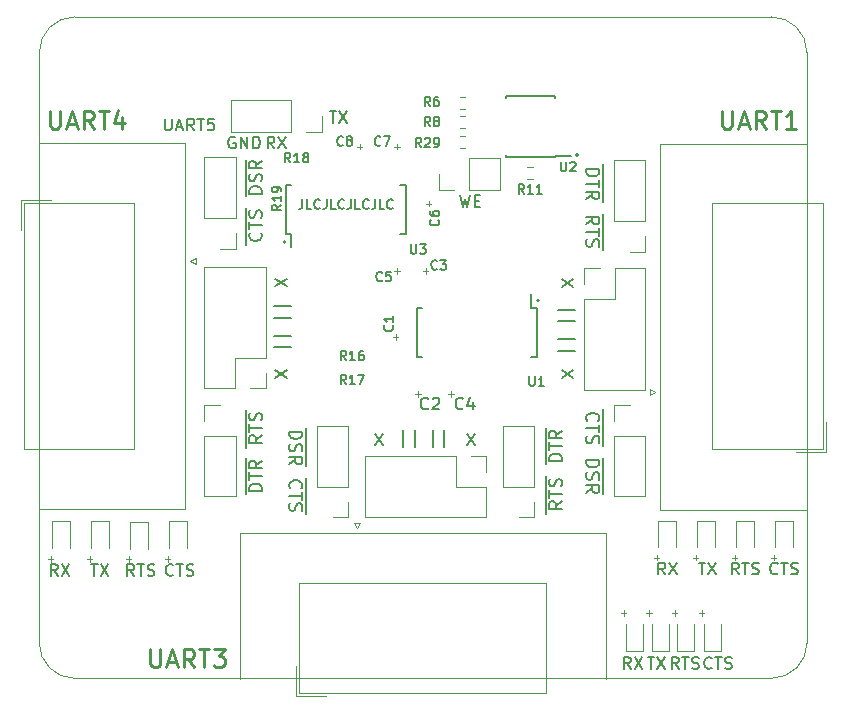
<source format=gbr>
G04 #@! TF.GenerationSoftware,KiCad,Pcbnew,5.1.5+dfsg1-2build2*
G04 #@! TF.CreationDate,2021-09-10T06:31:07+02:00*
G04 #@! TF.ProjectId,RPi_V24,5250695f-5632-4342-9e6b-696361645f70,1*
G04 #@! TF.SameCoordinates,Original*
G04 #@! TF.FileFunction,Legend,Top*
G04 #@! TF.FilePolarity,Positive*
%FSLAX46Y46*%
G04 Gerber Fmt 4.6, Leading zero omitted, Abs format (unit mm)*
G04 Created by KiCad (PCBNEW 5.1.5+dfsg1-2build2) date 2021-09-10 06:31:07*
%MOMM*%
%LPD*%
G04 APERTURE LIST*
%ADD10C,0.150000*%
%ADD11C,0.090000*%
%ADD12C,0.250000*%
%ADD13C,0.100000*%
%ADD14C,0.120000*%
G04 APERTURE END LIST*
D10*
X100825761Y-76269904D02*
X100825761Y-76841333D01*
X100787666Y-76955619D01*
X100711476Y-77031809D01*
X100597190Y-77069904D01*
X100521000Y-77069904D01*
X101587666Y-77069904D02*
X101206714Y-77069904D01*
X101206714Y-76269904D01*
X102311476Y-76993714D02*
X102273380Y-77031809D01*
X102159095Y-77069904D01*
X102082904Y-77069904D01*
X101968619Y-77031809D01*
X101892428Y-76955619D01*
X101854333Y-76879428D01*
X101816238Y-76727047D01*
X101816238Y-76612761D01*
X101854333Y-76460380D01*
X101892428Y-76384190D01*
X101968619Y-76308000D01*
X102082904Y-76269904D01*
X102159095Y-76269904D01*
X102273380Y-76308000D01*
X102311476Y-76346095D01*
X102882904Y-76269904D02*
X102882904Y-76841333D01*
X102844809Y-76955619D01*
X102768619Y-77031809D01*
X102654333Y-77069904D01*
X102578142Y-77069904D01*
X103644809Y-77069904D02*
X103263857Y-77069904D01*
X103263857Y-76269904D01*
X104368619Y-76993714D02*
X104330523Y-77031809D01*
X104216238Y-77069904D01*
X104140047Y-77069904D01*
X104025761Y-77031809D01*
X103949571Y-76955619D01*
X103911476Y-76879428D01*
X103873380Y-76727047D01*
X103873380Y-76612761D01*
X103911476Y-76460380D01*
X103949571Y-76384190D01*
X104025761Y-76308000D01*
X104140047Y-76269904D01*
X104216238Y-76269904D01*
X104330523Y-76308000D01*
X104368619Y-76346095D01*
X104940047Y-76269904D02*
X104940047Y-76841333D01*
X104901952Y-76955619D01*
X104825761Y-77031809D01*
X104711476Y-77069904D01*
X104635285Y-77069904D01*
X105701952Y-77069904D02*
X105321000Y-77069904D01*
X105321000Y-76269904D01*
X106425761Y-76993714D02*
X106387666Y-77031809D01*
X106273380Y-77069904D01*
X106197190Y-77069904D01*
X106082904Y-77031809D01*
X106006714Y-76955619D01*
X105968619Y-76879428D01*
X105930523Y-76727047D01*
X105930523Y-76612761D01*
X105968619Y-76460380D01*
X106006714Y-76384190D01*
X106082904Y-76308000D01*
X106197190Y-76269904D01*
X106273380Y-76269904D01*
X106387666Y-76308000D01*
X106425761Y-76346095D01*
X106997190Y-76269904D02*
X106997190Y-76841333D01*
X106959095Y-76955619D01*
X106882904Y-77031809D01*
X106768619Y-77069904D01*
X106692428Y-77069904D01*
X107759095Y-77069904D02*
X107378142Y-77069904D01*
X107378142Y-76269904D01*
X108482904Y-76993714D02*
X108444809Y-77031809D01*
X108330523Y-77069904D01*
X108254333Y-77069904D01*
X108140047Y-77031809D01*
X108063857Y-76955619D01*
X108025761Y-76879428D01*
X107987666Y-76727047D01*
X107987666Y-76612761D01*
X108025761Y-76460380D01*
X108063857Y-76384190D01*
X108140047Y-76308000D01*
X108254333Y-76269904D01*
X108330523Y-76269904D01*
X108444809Y-76308000D01*
X108482904Y-76346095D01*
D11*
X89179428Y-106722857D02*
X89636571Y-106722857D01*
X89408000Y-106951428D02*
X89408000Y-106494285D01*
X85877428Y-106722857D02*
X86334571Y-106722857D01*
X86106000Y-106951428D02*
X86106000Y-106494285D01*
X82575428Y-106722857D02*
X83032571Y-106722857D01*
X82804000Y-106951428D02*
X82804000Y-106494285D01*
X79273428Y-106722857D02*
X79730571Y-106722857D01*
X79502000Y-106951428D02*
X79502000Y-106494285D01*
X134391428Y-111294857D02*
X134848571Y-111294857D01*
X134620000Y-111523428D02*
X134620000Y-111066285D01*
X132105428Y-111294857D02*
X132562571Y-111294857D01*
X132334000Y-111523428D02*
X132334000Y-111066285D01*
X129946428Y-111294857D02*
X130403571Y-111294857D01*
X130175000Y-111523428D02*
X130175000Y-111066285D01*
X127787428Y-111294857D02*
X128244571Y-111294857D01*
X128016000Y-111523428D02*
X128016000Y-111066285D01*
X140487428Y-106595857D02*
X140944571Y-106595857D01*
X140716000Y-106824428D02*
X140716000Y-106367285D01*
X137185428Y-106595857D02*
X137642571Y-106595857D01*
X137414000Y-106824428D02*
X137414000Y-106367285D01*
X133883428Y-106595857D02*
X134340571Y-106595857D01*
X134112000Y-106824428D02*
X134112000Y-106367285D01*
X130581428Y-106595857D02*
X131038571Y-106595857D01*
X130810000Y-106824428D02*
X130810000Y-106367285D01*
X111277428Y-76623857D02*
X111734571Y-76623857D01*
X111506000Y-76852428D02*
X111506000Y-76395285D01*
X105435428Y-71797857D02*
X105892571Y-71797857D01*
X105664000Y-72026428D02*
X105664000Y-71569285D01*
X108610428Y-71797857D02*
X109067571Y-71797857D01*
X108839000Y-72026428D02*
X108839000Y-71569285D01*
X108610428Y-82338857D02*
X109067571Y-82338857D01*
X108839000Y-82567428D02*
X108839000Y-82110285D01*
X113182428Y-92752857D02*
X113639571Y-92752857D01*
X113411000Y-92981428D02*
X113411000Y-92524285D01*
X110388428Y-92752857D02*
X110845571Y-92752857D01*
X110617000Y-92981428D02*
X110617000Y-92524285D01*
X108483428Y-87926857D02*
X108940571Y-87926857D01*
X108712000Y-88155428D02*
X108712000Y-87698285D01*
X111023428Y-82338857D02*
X111480571Y-82338857D01*
X111252000Y-82567428D02*
X111252000Y-82110285D01*
D10*
X124179000Y-72517000D02*
G75*
G03X124179000Y-72517000I-100000J0D01*
G01*
X122798619Y-101821380D02*
X122274809Y-102188047D01*
X122798619Y-102449952D02*
X121698619Y-102449952D01*
X121698619Y-102030904D01*
X121751000Y-101926142D01*
X121803380Y-101873761D01*
X121908142Y-101821380D01*
X122065285Y-101821380D01*
X122170047Y-101873761D01*
X122222428Y-101926142D01*
X122274809Y-102030904D01*
X122274809Y-102449952D01*
X121698619Y-101507095D02*
X121698619Y-100878523D01*
X122798619Y-101192809D02*
X121698619Y-101192809D01*
X122746238Y-100564238D02*
X122798619Y-100407095D01*
X122798619Y-100145190D01*
X122746238Y-100040428D01*
X122693857Y-99988047D01*
X122589095Y-99935666D01*
X122484333Y-99935666D01*
X122379571Y-99988047D01*
X122327190Y-100040428D01*
X122274809Y-100145190D01*
X122222428Y-100354714D01*
X122170047Y-100459476D01*
X122117666Y-100511857D01*
X122012904Y-100564238D01*
X121908142Y-100564238D01*
X121803380Y-100511857D01*
X121751000Y-100459476D01*
X121698619Y-100354714D01*
X121698619Y-100092809D01*
X121751000Y-99935666D01*
X121412000Y-98679000D02*
X121412000Y-95631000D01*
X121412000Y-102870000D02*
X121412000Y-99695000D01*
X122798619Y-98412142D02*
X121698619Y-98412142D01*
X121698619Y-98150238D01*
X121751000Y-97993095D01*
X121855761Y-97888333D01*
X121960523Y-97835952D01*
X122170047Y-97783571D01*
X122327190Y-97783571D01*
X122536714Y-97835952D01*
X122641476Y-97888333D01*
X122746238Y-97993095D01*
X122798619Y-98150238D01*
X122798619Y-98412142D01*
X121698619Y-97469285D02*
X121698619Y-96840714D01*
X122798619Y-97155000D02*
X121698619Y-97155000D01*
X122798619Y-95845476D02*
X122274809Y-96212142D01*
X122798619Y-96474047D02*
X121698619Y-96474047D01*
X121698619Y-96055000D01*
X121751000Y-95950238D01*
X121803380Y-95897857D01*
X121908142Y-95845476D01*
X122065285Y-95845476D01*
X122170047Y-95897857D01*
X122222428Y-95950238D01*
X122274809Y-96055000D01*
X122274809Y-96474047D01*
X124851380Y-73672857D02*
X125951380Y-73672857D01*
X125951380Y-73934761D01*
X125899000Y-74091904D01*
X125794238Y-74196666D01*
X125689476Y-74249047D01*
X125479952Y-74301428D01*
X125322809Y-74301428D01*
X125113285Y-74249047D01*
X125008523Y-74196666D01*
X124903761Y-74091904D01*
X124851380Y-73934761D01*
X124851380Y-73672857D01*
X125951380Y-74615714D02*
X125951380Y-75244285D01*
X124851380Y-74930000D02*
X125951380Y-74930000D01*
X124851380Y-76239523D02*
X125375190Y-75872857D01*
X124851380Y-75610952D02*
X125951380Y-75610952D01*
X125951380Y-76030000D01*
X125899000Y-76134761D01*
X125846619Y-76187142D01*
X125741857Y-76239523D01*
X125584714Y-76239523D01*
X125479952Y-76187142D01*
X125427571Y-76134761D01*
X125375190Y-76030000D01*
X125375190Y-75610952D01*
X126238000Y-77470000D02*
X126238000Y-80518000D01*
X126238000Y-73279000D02*
X126238000Y-76454000D01*
X124851380Y-78391619D02*
X125375190Y-78024952D01*
X124851380Y-77763047D02*
X125951380Y-77763047D01*
X125951380Y-78182095D01*
X125899000Y-78286857D01*
X125846619Y-78339238D01*
X125741857Y-78391619D01*
X125584714Y-78391619D01*
X125479952Y-78339238D01*
X125427571Y-78286857D01*
X125375190Y-78182095D01*
X125375190Y-77763047D01*
X125951380Y-78705904D02*
X125951380Y-79334476D01*
X124851380Y-79020190D02*
X125951380Y-79020190D01*
X124903761Y-79648761D02*
X124851380Y-79805904D01*
X124851380Y-80067809D01*
X124903761Y-80172571D01*
X124956142Y-80224952D01*
X125060904Y-80277333D01*
X125165666Y-80277333D01*
X125270428Y-80224952D01*
X125322809Y-80172571D01*
X125375190Y-80067809D01*
X125427571Y-79858285D01*
X125479952Y-79753523D01*
X125532333Y-79701142D01*
X125637095Y-79648761D01*
X125741857Y-79648761D01*
X125846619Y-79701142D01*
X125899000Y-79753523D01*
X125951380Y-79858285D01*
X125951380Y-80120190D01*
X125899000Y-80277333D01*
X97398619Y-96233380D02*
X96874809Y-96600047D01*
X97398619Y-96861952D02*
X96298619Y-96861952D01*
X96298619Y-96442904D01*
X96351000Y-96338142D01*
X96403380Y-96285761D01*
X96508142Y-96233380D01*
X96665285Y-96233380D01*
X96770047Y-96285761D01*
X96822428Y-96338142D01*
X96874809Y-96442904D01*
X96874809Y-96861952D01*
X96298619Y-95919095D02*
X96298619Y-95290523D01*
X97398619Y-95604809D02*
X96298619Y-95604809D01*
X97346238Y-94976238D02*
X97398619Y-94819095D01*
X97398619Y-94557190D01*
X97346238Y-94452428D01*
X97293857Y-94400047D01*
X97189095Y-94347666D01*
X97084333Y-94347666D01*
X96979571Y-94400047D01*
X96927190Y-94452428D01*
X96874809Y-94557190D01*
X96822428Y-94766714D01*
X96770047Y-94871476D01*
X96717666Y-94923857D01*
X96612904Y-94976238D01*
X96508142Y-94976238D01*
X96403380Y-94923857D01*
X96351000Y-94871476D01*
X96298619Y-94766714D01*
X96298619Y-94504809D01*
X96351000Y-94347666D01*
X96012000Y-101219000D02*
X96012000Y-98171000D01*
X96012000Y-97282000D02*
X96012000Y-94107000D01*
X97398619Y-100952142D02*
X96298619Y-100952142D01*
X96298619Y-100690238D01*
X96351000Y-100533095D01*
X96455761Y-100428333D01*
X96560523Y-100375952D01*
X96770047Y-100323571D01*
X96927190Y-100323571D01*
X97136714Y-100375952D01*
X97241476Y-100428333D01*
X97346238Y-100533095D01*
X97398619Y-100690238D01*
X97398619Y-100952142D01*
X96298619Y-100009285D02*
X96298619Y-99380714D01*
X97398619Y-99695000D02*
X96298619Y-99695000D01*
X97398619Y-98385476D02*
X96874809Y-98752142D01*
X97398619Y-99014047D02*
X96298619Y-99014047D01*
X96298619Y-98595000D01*
X96351000Y-98490238D01*
X96403380Y-98437857D01*
X96508142Y-98385476D01*
X96665285Y-98385476D01*
X96770047Y-98437857D01*
X96822428Y-98490238D01*
X96874809Y-98595000D01*
X96874809Y-99014047D01*
X97293857Y-79088380D02*
X97346238Y-79140761D01*
X97398619Y-79297904D01*
X97398619Y-79402666D01*
X97346238Y-79559809D01*
X97241476Y-79664571D01*
X97136714Y-79716952D01*
X96927190Y-79769333D01*
X96770047Y-79769333D01*
X96560523Y-79716952D01*
X96455761Y-79664571D01*
X96351000Y-79559809D01*
X96298619Y-79402666D01*
X96298619Y-79297904D01*
X96351000Y-79140761D01*
X96403380Y-79088380D01*
X96298619Y-78774095D02*
X96298619Y-78145523D01*
X97398619Y-78459809D02*
X96298619Y-78459809D01*
X97346238Y-77831238D02*
X97398619Y-77674095D01*
X97398619Y-77412190D01*
X97346238Y-77307428D01*
X97293857Y-77255047D01*
X97189095Y-77202666D01*
X97084333Y-77202666D01*
X96979571Y-77255047D01*
X96927190Y-77307428D01*
X96874809Y-77412190D01*
X96822428Y-77621714D01*
X96770047Y-77726476D01*
X96717666Y-77778857D01*
X96612904Y-77831238D01*
X96508142Y-77831238D01*
X96403380Y-77778857D01*
X96351000Y-77726476D01*
X96298619Y-77621714D01*
X96298619Y-77359809D01*
X96351000Y-77202666D01*
X96012000Y-75946000D02*
X96012000Y-72898000D01*
X96012000Y-80137000D02*
X96012000Y-76962000D01*
X97398619Y-75783904D02*
X96298619Y-75783904D01*
X96298619Y-75522000D01*
X96351000Y-75364857D01*
X96455761Y-75260095D01*
X96560523Y-75207714D01*
X96770047Y-75155333D01*
X96927190Y-75155333D01*
X97136714Y-75207714D01*
X97241476Y-75260095D01*
X97346238Y-75364857D01*
X97398619Y-75522000D01*
X97398619Y-75783904D01*
X97346238Y-74736285D02*
X97398619Y-74579142D01*
X97398619Y-74317238D01*
X97346238Y-74212476D01*
X97293857Y-74160095D01*
X97189095Y-74107714D01*
X97084333Y-74107714D01*
X96979571Y-74160095D01*
X96927190Y-74212476D01*
X96874809Y-74317238D01*
X96822428Y-74526761D01*
X96770047Y-74631523D01*
X96717666Y-74683904D01*
X96612904Y-74736285D01*
X96508142Y-74736285D01*
X96403380Y-74683904D01*
X96351000Y-74631523D01*
X96298619Y-74526761D01*
X96298619Y-74264857D01*
X96351000Y-74107714D01*
X97398619Y-73007714D02*
X96874809Y-73374380D01*
X97398619Y-73636285D02*
X96298619Y-73636285D01*
X96298619Y-73217238D01*
X96351000Y-73112476D01*
X96403380Y-73060095D01*
X96508142Y-73007714D01*
X96665285Y-73007714D01*
X96770047Y-73060095D01*
X96822428Y-73112476D01*
X96874809Y-73217238D01*
X96874809Y-73636285D01*
X124956142Y-95028619D02*
X124903761Y-94976238D01*
X124851380Y-94819095D01*
X124851380Y-94714333D01*
X124903761Y-94557190D01*
X125008523Y-94452428D01*
X125113285Y-94400047D01*
X125322809Y-94347666D01*
X125479952Y-94347666D01*
X125689476Y-94400047D01*
X125794238Y-94452428D01*
X125899000Y-94557190D01*
X125951380Y-94714333D01*
X125951380Y-94819095D01*
X125899000Y-94976238D01*
X125846619Y-95028619D01*
X125951380Y-95342904D02*
X125951380Y-95971476D01*
X124851380Y-95657190D02*
X125951380Y-95657190D01*
X124903761Y-96285761D02*
X124851380Y-96442904D01*
X124851380Y-96704809D01*
X124903761Y-96809571D01*
X124956142Y-96861952D01*
X125060904Y-96914333D01*
X125165666Y-96914333D01*
X125270428Y-96861952D01*
X125322809Y-96809571D01*
X125375190Y-96704809D01*
X125427571Y-96495285D01*
X125479952Y-96390523D01*
X125532333Y-96338142D01*
X125637095Y-96285761D01*
X125741857Y-96285761D01*
X125846619Y-96338142D01*
X125899000Y-96390523D01*
X125951380Y-96495285D01*
X125951380Y-96757190D01*
X125899000Y-96914333D01*
X126238000Y-98171000D02*
X126238000Y-101219000D01*
X126238000Y-93980000D02*
X126238000Y-97155000D01*
X124851380Y-98333095D02*
X125951380Y-98333095D01*
X125951380Y-98595000D01*
X125899000Y-98752142D01*
X125794238Y-98856904D01*
X125689476Y-98909285D01*
X125479952Y-98961666D01*
X125322809Y-98961666D01*
X125113285Y-98909285D01*
X125008523Y-98856904D01*
X124903761Y-98752142D01*
X124851380Y-98595000D01*
X124851380Y-98333095D01*
X124903761Y-99380714D02*
X124851380Y-99537857D01*
X124851380Y-99799761D01*
X124903761Y-99904523D01*
X124956142Y-99956904D01*
X125060904Y-100009285D01*
X125165666Y-100009285D01*
X125270428Y-99956904D01*
X125322809Y-99904523D01*
X125375190Y-99799761D01*
X125427571Y-99590238D01*
X125479952Y-99485476D01*
X125532333Y-99433095D01*
X125637095Y-99380714D01*
X125741857Y-99380714D01*
X125846619Y-99433095D01*
X125899000Y-99485476D01*
X125951380Y-99590238D01*
X125951380Y-99852142D01*
X125899000Y-100009285D01*
X124851380Y-101109285D02*
X125375190Y-100742619D01*
X124851380Y-100480714D02*
X125951380Y-100480714D01*
X125951380Y-100899761D01*
X125899000Y-101004523D01*
X125846619Y-101056904D01*
X125741857Y-101109285D01*
X125584714Y-101109285D01*
X125479952Y-101056904D01*
X125427571Y-101004523D01*
X125375190Y-100899761D01*
X125375190Y-100480714D01*
X101092000Y-99822000D02*
X101092000Y-102870000D01*
X101092000Y-95631000D02*
X101092000Y-98806000D01*
X99705380Y-95920095D02*
X100805380Y-95920095D01*
X100805380Y-96182000D01*
X100753000Y-96339142D01*
X100648238Y-96443904D01*
X100543476Y-96496285D01*
X100333952Y-96548666D01*
X100176809Y-96548666D01*
X99967285Y-96496285D01*
X99862523Y-96443904D01*
X99757761Y-96339142D01*
X99705380Y-96182000D01*
X99705380Y-95920095D01*
X99757761Y-96967714D02*
X99705380Y-97124857D01*
X99705380Y-97386761D01*
X99757761Y-97491523D01*
X99810142Y-97543904D01*
X99914904Y-97596285D01*
X100019666Y-97596285D01*
X100124428Y-97543904D01*
X100176809Y-97491523D01*
X100229190Y-97386761D01*
X100281571Y-97177238D01*
X100333952Y-97072476D01*
X100386333Y-97020095D01*
X100491095Y-96967714D01*
X100595857Y-96967714D01*
X100700619Y-97020095D01*
X100753000Y-97072476D01*
X100805380Y-97177238D01*
X100805380Y-97439142D01*
X100753000Y-97596285D01*
X99705380Y-98696285D02*
X100229190Y-98329619D01*
X99705380Y-98067714D02*
X100805380Y-98067714D01*
X100805380Y-98486761D01*
X100753000Y-98591523D01*
X100700619Y-98643904D01*
X100595857Y-98696285D01*
X100438714Y-98696285D01*
X100333952Y-98643904D01*
X100281571Y-98591523D01*
X100229190Y-98486761D01*
X100229190Y-98067714D01*
X99414000Y-79883000D02*
G75*
G03X99414000Y-79883000I-100000J0D01*
G01*
X120877000Y-84836000D02*
G75*
G03X120877000Y-84836000I-100000J0D01*
G01*
X132675380Y-116022380D02*
X132342047Y-115546190D01*
X132103952Y-116022380D02*
X132103952Y-115022380D01*
X132484904Y-115022380D01*
X132580142Y-115070000D01*
X132627761Y-115117619D01*
X132675380Y-115212857D01*
X132675380Y-115355714D01*
X132627761Y-115450952D01*
X132580142Y-115498571D01*
X132484904Y-115546190D01*
X132103952Y-115546190D01*
X132961095Y-115022380D02*
X133532523Y-115022380D01*
X133246809Y-116022380D02*
X133246809Y-115022380D01*
X133818238Y-115974761D02*
X133961095Y-116022380D01*
X134199190Y-116022380D01*
X134294428Y-115974761D01*
X134342047Y-115927142D01*
X134389666Y-115831904D01*
X134389666Y-115736666D01*
X134342047Y-115641428D01*
X134294428Y-115593809D01*
X134199190Y-115546190D01*
X134008714Y-115498571D01*
X133913476Y-115450952D01*
X133865857Y-115403333D01*
X133818238Y-115308095D01*
X133818238Y-115212857D01*
X133865857Y-115117619D01*
X133913476Y-115070000D01*
X134008714Y-115022380D01*
X134246809Y-115022380D01*
X134389666Y-115070000D01*
X128611333Y-116022380D02*
X128278000Y-115546190D01*
X128039904Y-116022380D02*
X128039904Y-115022380D01*
X128420857Y-115022380D01*
X128516095Y-115070000D01*
X128563714Y-115117619D01*
X128611333Y-115212857D01*
X128611333Y-115355714D01*
X128563714Y-115450952D01*
X128516095Y-115498571D01*
X128420857Y-115546190D01*
X128039904Y-115546190D01*
X128944666Y-115022380D02*
X129611333Y-116022380D01*
X129611333Y-115022380D02*
X128944666Y-116022380D01*
X130048095Y-115022380D02*
X130619523Y-115022380D01*
X130333809Y-116022380D02*
X130333809Y-115022380D01*
X130857619Y-115022380D02*
X131524285Y-116022380D01*
X131524285Y-115022380D02*
X130857619Y-116022380D01*
X135469380Y-115927142D02*
X135421761Y-115974761D01*
X135278904Y-116022380D01*
X135183666Y-116022380D01*
X135040809Y-115974761D01*
X134945571Y-115879523D01*
X134897952Y-115784285D01*
X134850333Y-115593809D01*
X134850333Y-115450952D01*
X134897952Y-115260476D01*
X134945571Y-115165238D01*
X135040809Y-115070000D01*
X135183666Y-115022380D01*
X135278904Y-115022380D01*
X135421761Y-115070000D01*
X135469380Y-115117619D01*
X135755095Y-115022380D02*
X136326523Y-115022380D01*
X136040809Y-116022380D02*
X136040809Y-115022380D01*
X136612238Y-115974761D02*
X136755095Y-116022380D01*
X136993190Y-116022380D01*
X137088428Y-115974761D01*
X137136047Y-115927142D01*
X137183666Y-115831904D01*
X137183666Y-115736666D01*
X137136047Y-115641428D01*
X137088428Y-115593809D01*
X136993190Y-115546190D01*
X136802714Y-115498571D01*
X136707476Y-115450952D01*
X136659857Y-115403333D01*
X136612238Y-115308095D01*
X136612238Y-115212857D01*
X136659857Y-115117619D01*
X136707476Y-115070000D01*
X136802714Y-115022380D01*
X137040809Y-115022380D01*
X137183666Y-115070000D01*
X86574380Y-108148380D02*
X86241047Y-107672190D01*
X86002952Y-108148380D02*
X86002952Y-107148380D01*
X86383904Y-107148380D01*
X86479142Y-107196000D01*
X86526761Y-107243619D01*
X86574380Y-107338857D01*
X86574380Y-107481714D01*
X86526761Y-107576952D01*
X86479142Y-107624571D01*
X86383904Y-107672190D01*
X86002952Y-107672190D01*
X86860095Y-107148380D02*
X87431523Y-107148380D01*
X87145809Y-108148380D02*
X87145809Y-107148380D01*
X87717238Y-108100761D02*
X87860095Y-108148380D01*
X88098190Y-108148380D01*
X88193428Y-108100761D01*
X88241047Y-108053142D01*
X88288666Y-107957904D01*
X88288666Y-107862666D01*
X88241047Y-107767428D01*
X88193428Y-107719809D01*
X88098190Y-107672190D01*
X87907714Y-107624571D01*
X87812476Y-107576952D01*
X87764857Y-107529333D01*
X87717238Y-107434095D01*
X87717238Y-107338857D01*
X87764857Y-107243619D01*
X87812476Y-107196000D01*
X87907714Y-107148380D01*
X88145809Y-107148380D01*
X88288666Y-107196000D01*
X80097333Y-108148380D02*
X79764000Y-107672190D01*
X79525904Y-108148380D02*
X79525904Y-107148380D01*
X79906857Y-107148380D01*
X80002095Y-107196000D01*
X80049714Y-107243619D01*
X80097333Y-107338857D01*
X80097333Y-107481714D01*
X80049714Y-107576952D01*
X80002095Y-107624571D01*
X79906857Y-107672190D01*
X79525904Y-107672190D01*
X80430666Y-107148380D02*
X81097333Y-108148380D01*
X81097333Y-107148380D02*
X80430666Y-108148380D01*
X82931095Y-107148380D02*
X83502523Y-107148380D01*
X83216809Y-108148380D02*
X83216809Y-107148380D01*
X83740619Y-107148380D02*
X84407285Y-108148380D01*
X84407285Y-107148380D02*
X83740619Y-108148380D01*
X89876380Y-108053142D02*
X89828761Y-108100761D01*
X89685904Y-108148380D01*
X89590666Y-108148380D01*
X89447809Y-108100761D01*
X89352571Y-108005523D01*
X89304952Y-107910285D01*
X89257333Y-107719809D01*
X89257333Y-107576952D01*
X89304952Y-107386476D01*
X89352571Y-107291238D01*
X89447809Y-107196000D01*
X89590666Y-107148380D01*
X89685904Y-107148380D01*
X89828761Y-107196000D01*
X89876380Y-107243619D01*
X90162095Y-107148380D02*
X90733523Y-107148380D01*
X90447809Y-108148380D02*
X90447809Y-107148380D01*
X91019238Y-108100761D02*
X91162095Y-108148380D01*
X91400190Y-108148380D01*
X91495428Y-108100761D01*
X91543047Y-108053142D01*
X91590666Y-107957904D01*
X91590666Y-107862666D01*
X91543047Y-107767428D01*
X91495428Y-107719809D01*
X91400190Y-107672190D01*
X91209714Y-107624571D01*
X91114476Y-107576952D01*
X91066857Y-107529333D01*
X91019238Y-107434095D01*
X91019238Y-107338857D01*
X91066857Y-107243619D01*
X91114476Y-107196000D01*
X91209714Y-107148380D01*
X91447809Y-107148380D01*
X91590666Y-107196000D01*
X141057380Y-107926142D02*
X141009761Y-107973761D01*
X140866904Y-108021380D01*
X140771666Y-108021380D01*
X140628809Y-107973761D01*
X140533571Y-107878523D01*
X140485952Y-107783285D01*
X140438333Y-107592809D01*
X140438333Y-107449952D01*
X140485952Y-107259476D01*
X140533571Y-107164238D01*
X140628809Y-107069000D01*
X140771666Y-107021380D01*
X140866904Y-107021380D01*
X141009761Y-107069000D01*
X141057380Y-107116619D01*
X141343095Y-107021380D02*
X141914523Y-107021380D01*
X141628809Y-108021380D02*
X141628809Y-107021380D01*
X142200238Y-107973761D02*
X142343095Y-108021380D01*
X142581190Y-108021380D01*
X142676428Y-107973761D01*
X142724047Y-107926142D01*
X142771666Y-107830904D01*
X142771666Y-107735666D01*
X142724047Y-107640428D01*
X142676428Y-107592809D01*
X142581190Y-107545190D01*
X142390714Y-107497571D01*
X142295476Y-107449952D01*
X142247857Y-107402333D01*
X142200238Y-107307095D01*
X142200238Y-107211857D01*
X142247857Y-107116619D01*
X142295476Y-107069000D01*
X142390714Y-107021380D01*
X142628809Y-107021380D01*
X142771666Y-107069000D01*
X137755380Y-108021380D02*
X137422047Y-107545190D01*
X137183952Y-108021380D02*
X137183952Y-107021380D01*
X137564904Y-107021380D01*
X137660142Y-107069000D01*
X137707761Y-107116619D01*
X137755380Y-107211857D01*
X137755380Y-107354714D01*
X137707761Y-107449952D01*
X137660142Y-107497571D01*
X137564904Y-107545190D01*
X137183952Y-107545190D01*
X138041095Y-107021380D02*
X138612523Y-107021380D01*
X138326809Y-108021380D02*
X138326809Y-107021380D01*
X138898238Y-107973761D02*
X139041095Y-108021380D01*
X139279190Y-108021380D01*
X139374428Y-107973761D01*
X139422047Y-107926142D01*
X139469666Y-107830904D01*
X139469666Y-107735666D01*
X139422047Y-107640428D01*
X139374428Y-107592809D01*
X139279190Y-107545190D01*
X139088714Y-107497571D01*
X138993476Y-107449952D01*
X138945857Y-107402333D01*
X138898238Y-107307095D01*
X138898238Y-107211857D01*
X138945857Y-107116619D01*
X138993476Y-107069000D01*
X139088714Y-107021380D01*
X139326809Y-107021380D01*
X139469666Y-107069000D01*
X131532333Y-108021380D02*
X131199000Y-107545190D01*
X130960904Y-108021380D02*
X130960904Y-107021380D01*
X131341857Y-107021380D01*
X131437095Y-107069000D01*
X131484714Y-107116619D01*
X131532333Y-107211857D01*
X131532333Y-107354714D01*
X131484714Y-107449952D01*
X131437095Y-107497571D01*
X131341857Y-107545190D01*
X130960904Y-107545190D01*
X131865666Y-107021380D02*
X132532333Y-108021380D01*
X132532333Y-107021380D02*
X131865666Y-108021380D01*
X134366095Y-107021380D02*
X134937523Y-107021380D01*
X134651809Y-108021380D02*
X134651809Y-107021380D01*
X135175619Y-107021380D02*
X135842285Y-108021380D01*
X135842285Y-107021380D02*
X135175619Y-108021380D01*
X99810142Y-100743619D02*
X99757761Y-100691238D01*
X99705380Y-100534095D01*
X99705380Y-100429333D01*
X99757761Y-100272190D01*
X99862523Y-100167428D01*
X99967285Y-100115047D01*
X100176809Y-100062666D01*
X100333952Y-100062666D01*
X100543476Y-100115047D01*
X100648238Y-100167428D01*
X100753000Y-100272190D01*
X100805380Y-100429333D01*
X100805380Y-100534095D01*
X100753000Y-100691238D01*
X100700619Y-100743619D01*
X100805380Y-101057904D02*
X100805380Y-101686476D01*
X99705380Y-101372190D02*
X100805380Y-101372190D01*
X99757761Y-102000761D02*
X99705380Y-102157904D01*
X99705380Y-102419809D01*
X99757761Y-102524571D01*
X99810142Y-102576952D01*
X99914904Y-102629333D01*
X100019666Y-102629333D01*
X100124428Y-102576952D01*
X100176809Y-102524571D01*
X100229190Y-102419809D01*
X100281571Y-102210285D01*
X100333952Y-102105523D01*
X100386333Y-102053142D01*
X100491095Y-102000761D01*
X100595857Y-102000761D01*
X100700619Y-102053142D01*
X100753000Y-102105523D01*
X100805380Y-102210285D01*
X100805380Y-102472190D01*
X100753000Y-102629333D01*
X114181047Y-75906380D02*
X114419142Y-76906380D01*
X114609619Y-76192095D01*
X114800095Y-76906380D01*
X115038190Y-75906380D01*
X115419142Y-76382571D02*
X115752476Y-76382571D01*
X115895333Y-76906380D02*
X115419142Y-76906380D01*
X115419142Y-75906380D01*
X115895333Y-75906380D01*
X103124095Y-68794380D02*
X103695523Y-68794380D01*
X103409809Y-69794380D02*
X103409809Y-68794380D01*
X103933619Y-68794380D02*
X104600285Y-69794380D01*
X104600285Y-68794380D02*
X103933619Y-69794380D01*
X98448833Y-71953380D02*
X98115500Y-71477190D01*
X97877404Y-71953380D02*
X97877404Y-70953380D01*
X98258357Y-70953380D01*
X98353595Y-71001000D01*
X98401214Y-71048619D01*
X98448833Y-71143857D01*
X98448833Y-71286714D01*
X98401214Y-71381952D01*
X98353595Y-71429571D01*
X98258357Y-71477190D01*
X97877404Y-71477190D01*
X98782166Y-70953380D02*
X99448833Y-71953380D01*
X99448833Y-70953380D02*
X98782166Y-71953380D01*
X95123095Y-71001000D02*
X95027857Y-70953380D01*
X94885000Y-70953380D01*
X94742142Y-71001000D01*
X94646904Y-71096238D01*
X94599285Y-71191476D01*
X94551666Y-71381952D01*
X94551666Y-71524809D01*
X94599285Y-71715285D01*
X94646904Y-71810523D01*
X94742142Y-71905761D01*
X94885000Y-71953380D01*
X94980238Y-71953380D01*
X95123095Y-71905761D01*
X95170714Y-71858142D01*
X95170714Y-71524809D01*
X94980238Y-71524809D01*
X95599285Y-71953380D02*
X95599285Y-70953380D01*
X96170714Y-71953380D01*
X96170714Y-70953380D01*
X96646904Y-71953380D02*
X96646904Y-70953380D01*
X96885000Y-70953380D01*
X97027857Y-71001000D01*
X97123095Y-71096238D01*
X97170714Y-71191476D01*
X97218333Y-71381952D01*
X97218333Y-71524809D01*
X97170714Y-71715285D01*
X97123095Y-71810523D01*
X97027857Y-71905761D01*
X96885000Y-71953380D01*
X96646904Y-71953380D01*
X89178071Y-69429380D02*
X89178071Y-70238904D01*
X89225690Y-70334142D01*
X89273309Y-70381761D01*
X89368547Y-70429380D01*
X89559023Y-70429380D01*
X89654261Y-70381761D01*
X89701880Y-70334142D01*
X89749500Y-70238904D01*
X89749500Y-69429380D01*
X90178071Y-70143666D02*
X90654261Y-70143666D01*
X90082833Y-70429380D02*
X90416166Y-69429380D01*
X90749500Y-70429380D01*
X91654261Y-70429380D02*
X91320928Y-69953190D01*
X91082833Y-70429380D02*
X91082833Y-69429380D01*
X91463785Y-69429380D01*
X91559023Y-69477000D01*
X91606642Y-69524619D01*
X91654261Y-69619857D01*
X91654261Y-69762714D01*
X91606642Y-69857952D01*
X91559023Y-69905571D01*
X91463785Y-69953190D01*
X91082833Y-69953190D01*
X91939976Y-69429380D02*
X92511404Y-69429380D01*
X92225690Y-70429380D02*
X92225690Y-69429380D01*
X93320928Y-69429380D02*
X92844738Y-69429380D01*
X92797119Y-69905571D01*
X92844738Y-69857952D01*
X92939976Y-69810333D01*
X93178071Y-69810333D01*
X93273309Y-69857952D01*
X93320928Y-69905571D01*
X93368547Y-70000809D01*
X93368547Y-70238904D01*
X93320928Y-70334142D01*
X93273309Y-70381761D01*
X93178071Y-70429380D01*
X92939976Y-70429380D01*
X92844738Y-70381761D01*
X92797119Y-70334142D01*
D12*
X79442857Y-68774571D02*
X79442857Y-69988857D01*
X79514285Y-70131714D01*
X79585714Y-70203142D01*
X79728571Y-70274571D01*
X80014285Y-70274571D01*
X80157142Y-70203142D01*
X80228571Y-70131714D01*
X80300000Y-69988857D01*
X80300000Y-68774571D01*
X80942857Y-69846000D02*
X81657142Y-69846000D01*
X80800000Y-70274571D02*
X81300000Y-68774571D01*
X81800000Y-70274571D01*
X83157142Y-70274571D02*
X82657142Y-69560285D01*
X82300000Y-70274571D02*
X82300000Y-68774571D01*
X82871428Y-68774571D01*
X83014285Y-68846000D01*
X83085714Y-68917428D01*
X83157142Y-69060285D01*
X83157142Y-69274571D01*
X83085714Y-69417428D01*
X83014285Y-69488857D01*
X82871428Y-69560285D01*
X82300000Y-69560285D01*
X83585714Y-68774571D02*
X84442857Y-68774571D01*
X84014285Y-70274571D02*
X84014285Y-68774571D01*
X85585714Y-69274571D02*
X85585714Y-70274571D01*
X85228571Y-68703142D02*
X84871428Y-69774571D01*
X85800000Y-69774571D01*
X136338857Y-68774571D02*
X136338857Y-69988857D01*
X136410285Y-70131714D01*
X136481714Y-70203142D01*
X136624571Y-70274571D01*
X136910285Y-70274571D01*
X137053142Y-70203142D01*
X137124571Y-70131714D01*
X137196000Y-69988857D01*
X137196000Y-68774571D01*
X137838857Y-69846000D02*
X138553142Y-69846000D01*
X137696000Y-70274571D02*
X138196000Y-68774571D01*
X138696000Y-70274571D01*
X140053142Y-70274571D02*
X139553142Y-69560285D01*
X139196000Y-70274571D02*
X139196000Y-68774571D01*
X139767428Y-68774571D01*
X139910285Y-68846000D01*
X139981714Y-68917428D01*
X140053142Y-69060285D01*
X140053142Y-69274571D01*
X139981714Y-69417428D01*
X139910285Y-69488857D01*
X139767428Y-69560285D01*
X139196000Y-69560285D01*
X140481714Y-68774571D02*
X141338857Y-68774571D01*
X140910285Y-70274571D02*
X140910285Y-68774571D01*
X142624571Y-70274571D02*
X141767428Y-70274571D01*
X142196000Y-70274571D02*
X142196000Y-68774571D01*
X142053142Y-68988857D01*
X141910285Y-69131714D01*
X141767428Y-69203142D01*
X87951857Y-114367571D02*
X87951857Y-115581857D01*
X88023285Y-115724714D01*
X88094714Y-115796142D01*
X88237571Y-115867571D01*
X88523285Y-115867571D01*
X88666142Y-115796142D01*
X88737571Y-115724714D01*
X88809000Y-115581857D01*
X88809000Y-114367571D01*
X89451857Y-115439000D02*
X90166142Y-115439000D01*
X89309000Y-115867571D02*
X89809000Y-114367571D01*
X90309000Y-115867571D01*
X91666142Y-115867571D02*
X91166142Y-115153285D01*
X90809000Y-115867571D02*
X90809000Y-114367571D01*
X91380428Y-114367571D01*
X91523285Y-114439000D01*
X91594714Y-114510428D01*
X91666142Y-114653285D01*
X91666142Y-114867571D01*
X91594714Y-115010428D01*
X91523285Y-115081857D01*
X91380428Y-115153285D01*
X90809000Y-115153285D01*
X92094714Y-114367571D02*
X92951857Y-114367571D01*
X92523285Y-115867571D02*
X92523285Y-114367571D01*
X93309000Y-114367571D02*
X94237571Y-114367571D01*
X93737571Y-114939000D01*
X93951857Y-114939000D01*
X94094714Y-115010428D01*
X94166142Y-115081857D01*
X94237571Y-115224714D01*
X94237571Y-115581857D01*
X94166142Y-115724714D01*
X94094714Y-115796142D01*
X93951857Y-115867571D01*
X93523285Y-115867571D01*
X93380428Y-115796142D01*
X93309000Y-115724714D01*
D10*
X122444285Y-85609309D02*
X123872857Y-85609309D01*
X122444285Y-86561690D02*
X123872857Y-86561690D01*
X123777619Y-83002166D02*
X122777619Y-83668833D01*
X123777619Y-83668833D02*
X122777619Y-83002166D01*
X122444285Y-88109309D02*
X123872857Y-88109309D01*
X122444285Y-89061690D02*
X123872857Y-89061690D01*
X123777619Y-90752166D02*
X122777619Y-91418833D01*
X123777619Y-91418833D02*
X122777619Y-90752166D01*
X99830214Y-88781690D02*
X98401642Y-88781690D01*
X99830214Y-87829309D02*
X98401642Y-87829309D01*
X98496880Y-91388833D02*
X99496880Y-90722166D01*
X98496880Y-90722166D02*
X99496880Y-91388833D01*
X99830214Y-86281690D02*
X98401642Y-86281690D01*
X99830214Y-85329309D02*
X98401642Y-85329309D01*
X98496880Y-83638833D02*
X99496880Y-82972166D01*
X98496880Y-82972166D02*
X99496880Y-83638833D01*
X110321690Y-95766285D02*
X110321690Y-97194857D01*
X109369309Y-95766285D02*
X109369309Y-97194857D01*
X112821690Y-95766285D02*
X112821690Y-97194857D01*
X111869309Y-95766285D02*
X111869309Y-97194857D01*
X107678833Y-97099619D02*
X107012166Y-96099619D01*
X107012166Y-97099619D02*
X107678833Y-96099619D01*
X115428833Y-97099619D02*
X114762166Y-96099619D01*
X114762166Y-97099619D02*
X115428833Y-96099619D01*
D13*
X78546356Y-63817611D02*
X78546356Y-113817611D01*
X78546356Y-63817611D02*
G75*
G02X81546356Y-60817611I3000000J0D01*
G01*
X140546356Y-60817611D02*
X81546356Y-60817611D01*
X140546356Y-60817611D02*
G75*
G02X143546356Y-63817611I0J-3000000D01*
G01*
X143546247Y-113792001D02*
X143546356Y-63817611D01*
X81546356Y-116817611D02*
G75*
G02X78546356Y-113817611I0J3000000D01*
G01*
X81546356Y-116817611D02*
X140546356Y-116817611D01*
X143546247Y-113792001D02*
G75*
G02X140546356Y-116817611I-2999891J-25610D01*
G01*
D10*
X99896000Y-79206500D02*
X99896000Y-80331500D01*
X109576000Y-79206500D02*
X109576000Y-75056500D01*
X99416000Y-79206500D02*
X99416000Y-75056500D01*
X109576000Y-79206500D02*
X109096000Y-79206500D01*
X109576000Y-75056500D02*
X109096000Y-75056500D01*
X99416000Y-75056500D02*
X99896000Y-75056500D01*
X99416000Y-79206500D02*
X99896000Y-79206500D01*
D14*
X128233500Y-112255500D02*
X128233500Y-114540500D01*
X128233500Y-114540500D02*
X129703500Y-114540500D01*
X129703500Y-114540500D02*
X129703500Y-112255500D01*
D10*
X122175000Y-72675000D02*
X122175000Y-72625000D01*
X118025000Y-72675000D02*
X118025000Y-72530000D01*
X118025000Y-67525000D02*
X118025000Y-67670000D01*
X122175000Y-67525000D02*
X122175000Y-67670000D01*
X122175000Y-72675000D02*
X118025000Y-72675000D01*
X122175000Y-67525000D02*
X118025000Y-67525000D01*
X122175000Y-72625000D02*
X123575000Y-72625000D01*
D14*
X114180000Y-70210000D02*
X114620000Y-70210000D01*
X114180000Y-69190000D02*
X114620000Y-69190000D01*
X117570000Y-75430000D02*
X117570000Y-72770000D01*
X114970000Y-75430000D02*
X117570000Y-75430000D01*
X114970000Y-72770000D02*
X117570000Y-72770000D01*
X114970000Y-75430000D02*
X114970000Y-72770000D01*
X113700000Y-75430000D02*
X112370000Y-75430000D01*
X112370000Y-75430000D02*
X112370000Y-74100000D01*
X114180000Y-70890000D02*
X114620000Y-70890000D01*
X114180000Y-71910000D02*
X114620000Y-71910000D01*
X119880000Y-74510000D02*
X120320000Y-74510000D01*
X119880000Y-73490000D02*
X120320000Y-73490000D01*
X114180000Y-67590000D02*
X114620000Y-67590000D01*
X114180000Y-68610000D02*
X114620000Y-68610000D01*
X143449000Y-102528000D02*
X131109000Y-102528000D01*
X131109000Y-102528000D02*
X131109000Y-71558000D01*
X131109000Y-71558000D02*
X143449000Y-71558000D01*
X130214662Y-92833000D02*
X130214662Y-92333000D01*
X130214662Y-92333000D02*
X130647675Y-92583000D01*
X130647675Y-92583000D02*
X130214662Y-92833000D01*
X105473500Y-104059675D02*
X105223500Y-103626662D01*
X105723500Y-103626662D02*
X105473500Y-104059675D01*
X105223500Y-103626662D02*
X105723500Y-103626662D01*
X126498500Y-104521000D02*
X126498500Y-116861000D01*
X95528500Y-104521000D02*
X126498500Y-104521000D01*
X95528500Y-116861000D02*
X95528500Y-104521000D01*
X78547000Y-71525500D02*
X90887000Y-71525500D01*
X90887000Y-71525500D02*
X90887000Y-102495500D01*
X90887000Y-102495500D02*
X78547000Y-102495500D01*
X91781338Y-81220500D02*
X91781338Y-81720500D01*
X91781338Y-81720500D02*
X91348325Y-81470500D01*
X91348325Y-81470500D02*
X91781338Y-81220500D01*
X129854000Y-72965000D02*
X127194000Y-72965000D01*
X129854000Y-78105000D02*
X129854000Y-72965000D01*
X127194000Y-78105000D02*
X127194000Y-72965000D01*
X129854000Y-78105000D02*
X127194000Y-78105000D01*
X129854000Y-79375000D02*
X129854000Y-80705000D01*
X129854000Y-80705000D02*
X128524000Y-80705000D01*
X127194000Y-93666000D02*
X128524000Y-93666000D01*
X127194000Y-94996000D02*
X127194000Y-93666000D01*
X127194000Y-96266000D02*
X129854000Y-96266000D01*
X129854000Y-96266000D02*
X129854000Y-101406000D01*
X127194000Y-96266000D02*
X127194000Y-101406000D01*
X127194000Y-101406000D02*
X129854000Y-101406000D01*
X99885500Y-67885000D02*
X99885500Y-70545000D01*
X99885500Y-67885000D02*
X94745500Y-67885000D01*
X94745500Y-67885000D02*
X94745500Y-70545000D01*
X99885500Y-70545000D02*
X94745500Y-70545000D01*
X102485500Y-70545000D02*
X101155500Y-70545000D01*
X102485500Y-69215000D02*
X102485500Y-70545000D01*
D10*
X120655000Y-85439000D02*
X120175000Y-85439000D01*
X120655000Y-89589000D02*
X120175000Y-89589000D01*
X110495000Y-89589000D02*
X110975000Y-89589000D01*
X110495000Y-85439000D02*
X110975000Y-85439000D01*
X120655000Y-85439000D02*
X120655000Y-89589000D01*
X110495000Y-85439000D02*
X110495000Y-89589000D01*
X120175000Y-85439000D02*
X120175000Y-84314000D01*
D14*
X124654000Y-92389000D02*
X129854000Y-92389000D01*
X124654000Y-84709000D02*
X124654000Y-92389000D01*
X129854000Y-82109000D02*
X129854000Y-92389000D01*
X124654000Y-84709000D02*
X127254000Y-84709000D01*
X127254000Y-84709000D02*
X127254000Y-82109000D01*
X127254000Y-82109000D02*
X129854000Y-82109000D01*
X124654000Y-83439000D02*
X124654000Y-82109000D01*
X124654000Y-82109000D02*
X125984000Y-82109000D01*
X134266000Y-103455000D02*
X134266000Y-105740000D01*
X135736000Y-103455000D02*
X134266000Y-103455000D01*
X135736000Y-105740000D02*
X135736000Y-103455000D01*
X132434000Y-105740000D02*
X132434000Y-103455000D01*
X132434000Y-103455000D02*
X130964000Y-103455000D01*
X130964000Y-103455000D02*
X130964000Y-105740000D01*
X137568000Y-103455000D02*
X137568000Y-105740000D01*
X139038000Y-103455000D02*
X137568000Y-103455000D01*
X139038000Y-105740000D02*
X139038000Y-103455000D01*
X142340000Y-105740000D02*
X142340000Y-103455000D01*
X142340000Y-103455000D02*
X140870000Y-103455000D01*
X140870000Y-103455000D02*
X140870000Y-105740000D01*
X131862500Y-114540500D02*
X131862500Y-112255500D01*
X130392500Y-114540500D02*
X131862500Y-114540500D01*
X130392500Y-112255500D02*
X130392500Y-114540500D01*
X134021500Y-114540500D02*
X134021500Y-112255500D01*
X132551500Y-114540500D02*
X134021500Y-114540500D01*
X132551500Y-112255500D02*
X132551500Y-114540500D01*
X134837500Y-112255500D02*
X134837500Y-114540500D01*
X134837500Y-114540500D02*
X136307500Y-114540500D01*
X136307500Y-114540500D02*
X136307500Y-112255500D01*
X82958000Y-103518500D02*
X82958000Y-105803500D01*
X84428000Y-103518500D02*
X82958000Y-103518500D01*
X84428000Y-105803500D02*
X84428000Y-103518500D01*
X81126000Y-105803500D02*
X81126000Y-103518500D01*
X81126000Y-103518500D02*
X79656000Y-103518500D01*
X79656000Y-103518500D02*
X79656000Y-105803500D01*
X86260000Y-103544000D02*
X86260000Y-105829000D01*
X87730000Y-103544000D02*
X86260000Y-103544000D01*
X87730000Y-105829000D02*
X87730000Y-103544000D01*
X91032000Y-105803500D02*
X91032000Y-103518500D01*
X91032000Y-103518500D02*
X89562000Y-103518500D01*
X89562000Y-103518500D02*
X89562000Y-105803500D01*
X106112000Y-97984000D02*
X106112000Y-103184000D01*
X113792000Y-97984000D02*
X106112000Y-97984000D01*
X116392000Y-103184000D02*
X106112000Y-103184000D01*
X113792000Y-97984000D02*
X113792000Y-100584000D01*
X113792000Y-100584000D02*
X116392000Y-100584000D01*
X116392000Y-100584000D02*
X116392000Y-103184000D01*
X115062000Y-97984000D02*
X116392000Y-97984000D01*
X116392000Y-97984000D02*
X116392000Y-99314000D01*
X120456000Y-95444000D02*
X117796000Y-95444000D01*
X120456000Y-100584000D02*
X120456000Y-95444000D01*
X117796000Y-100584000D02*
X117796000Y-95444000D01*
X120456000Y-100584000D02*
X117796000Y-100584000D01*
X120456000Y-101854000D02*
X120456000Y-103184000D01*
X120456000Y-103184000D02*
X119126000Y-103184000D01*
X104708000Y-103184000D02*
X103378000Y-103184000D01*
X104708000Y-101854000D02*
X104708000Y-103184000D01*
X104708000Y-100584000D02*
X102048000Y-100584000D01*
X102048000Y-100584000D02*
X102048000Y-95444000D01*
X104708000Y-100584000D02*
X104708000Y-95444000D01*
X104708000Y-95444000D02*
X102048000Y-95444000D01*
X97723000Y-92262000D02*
X96393000Y-92262000D01*
X97723000Y-90932000D02*
X97723000Y-92262000D01*
X95123000Y-92262000D02*
X92523000Y-92262000D01*
X95123000Y-89662000D02*
X95123000Y-92262000D01*
X97723000Y-89662000D02*
X95123000Y-89662000D01*
X92523000Y-92262000D02*
X92523000Y-81982000D01*
X97723000Y-89662000D02*
X97723000Y-81982000D01*
X97723000Y-81982000D02*
X92523000Y-81982000D01*
X92523000Y-101406000D02*
X95183000Y-101406000D01*
X92523000Y-96266000D02*
X92523000Y-101406000D01*
X95183000Y-96266000D02*
X95183000Y-101406000D01*
X92523000Y-96266000D02*
X95183000Y-96266000D01*
X92523000Y-94996000D02*
X92523000Y-93666000D01*
X92523000Y-93666000D02*
X93853000Y-93666000D01*
X95183000Y-80451000D02*
X93853000Y-80451000D01*
X95183000Y-79121000D02*
X95183000Y-80451000D01*
X95183000Y-77851000D02*
X92523000Y-77851000D01*
X92523000Y-77851000D02*
X92523000Y-72711000D01*
X95183000Y-77851000D02*
X95183000Y-72711000D01*
X95183000Y-72711000D02*
X92523000Y-72711000D01*
X145133000Y-97675000D02*
X142593000Y-97675000D01*
X145133000Y-97675000D02*
X145133000Y-95135000D01*
X144883000Y-97425000D02*
X135533000Y-97425000D01*
X144883000Y-76565000D02*
X144883000Y-97425000D01*
X135533000Y-76565000D02*
X144883000Y-76565000D01*
X135533000Y-97425000D02*
X135533000Y-76565000D01*
X100568000Y-108736000D02*
X121428000Y-108736000D01*
X121428000Y-108736000D02*
X121428000Y-118086000D01*
X121428000Y-118086000D02*
X100568000Y-118086000D01*
X100568000Y-118086000D02*
X100568000Y-108736000D01*
X100318000Y-118336000D02*
X102858000Y-118336000D01*
X100318000Y-118336000D02*
X100318000Y-115796000D01*
X76990000Y-76315000D02*
X79530000Y-76315000D01*
X76990000Y-76315000D02*
X76990000Y-78855000D01*
X77240000Y-76565000D02*
X86590000Y-76565000D01*
X77240000Y-97425000D02*
X77240000Y-76565000D01*
X86590000Y-97425000D02*
X77240000Y-97425000D01*
X86590000Y-76565000D02*
X86590000Y-97425000D01*
D10*
X110007476Y-80079904D02*
X110007476Y-80727523D01*
X110045571Y-80803714D01*
X110083666Y-80841809D01*
X110159857Y-80879904D01*
X110312238Y-80879904D01*
X110388428Y-80841809D01*
X110426523Y-80803714D01*
X110464619Y-80727523D01*
X110464619Y-80079904D01*
X110769380Y-80079904D02*
X111264619Y-80079904D01*
X110997952Y-80384666D01*
X111112238Y-80384666D01*
X111188428Y-80422761D01*
X111226523Y-80460857D01*
X111264619Y-80537047D01*
X111264619Y-80727523D01*
X111226523Y-80803714D01*
X111188428Y-80841809D01*
X111112238Y-80879904D01*
X110883666Y-80879904D01*
X110807476Y-80841809D01*
X110769380Y-80803714D01*
X122707476Y-73094904D02*
X122707476Y-73742523D01*
X122745571Y-73818714D01*
X122783666Y-73856809D01*
X122859857Y-73894904D01*
X123012238Y-73894904D01*
X123088428Y-73856809D01*
X123126523Y-73818714D01*
X123164619Y-73742523D01*
X123164619Y-73094904D01*
X123507476Y-73171095D02*
X123545571Y-73133000D01*
X123621761Y-73094904D01*
X123812238Y-73094904D01*
X123888428Y-73133000D01*
X123926523Y-73171095D01*
X123964619Y-73247285D01*
X123964619Y-73323476D01*
X123926523Y-73437761D01*
X123469380Y-73894904D01*
X123964619Y-73894904D01*
X111626666Y-70084904D02*
X111360000Y-69703952D01*
X111169523Y-70084904D02*
X111169523Y-69284904D01*
X111474285Y-69284904D01*
X111550476Y-69323000D01*
X111588571Y-69361095D01*
X111626666Y-69437285D01*
X111626666Y-69551571D01*
X111588571Y-69627761D01*
X111550476Y-69665857D01*
X111474285Y-69703952D01*
X111169523Y-69703952D01*
X112083809Y-69627761D02*
X112007619Y-69589666D01*
X111969523Y-69551571D01*
X111931428Y-69475380D01*
X111931428Y-69437285D01*
X111969523Y-69361095D01*
X112007619Y-69323000D01*
X112083809Y-69284904D01*
X112236190Y-69284904D01*
X112312380Y-69323000D01*
X112350476Y-69361095D01*
X112388571Y-69437285D01*
X112388571Y-69475380D01*
X112350476Y-69551571D01*
X112312380Y-69589666D01*
X112236190Y-69627761D01*
X112083809Y-69627761D01*
X112007619Y-69665857D01*
X111969523Y-69703952D01*
X111931428Y-69780142D01*
X111931428Y-69932523D01*
X111969523Y-70008714D01*
X112007619Y-70046809D01*
X112083809Y-70084904D01*
X112236190Y-70084904D01*
X112312380Y-70046809D01*
X112350476Y-70008714D01*
X112388571Y-69932523D01*
X112388571Y-69780142D01*
X112350476Y-69703952D01*
X112312380Y-69665857D01*
X112236190Y-69627761D01*
X110864714Y-71861904D02*
X110598047Y-71480952D01*
X110407571Y-71861904D02*
X110407571Y-71061904D01*
X110712333Y-71061904D01*
X110788523Y-71100000D01*
X110826619Y-71138095D01*
X110864714Y-71214285D01*
X110864714Y-71328571D01*
X110826619Y-71404761D01*
X110788523Y-71442857D01*
X110712333Y-71480952D01*
X110407571Y-71480952D01*
X111169476Y-71138095D02*
X111207571Y-71100000D01*
X111283761Y-71061904D01*
X111474238Y-71061904D01*
X111550428Y-71100000D01*
X111588523Y-71138095D01*
X111626619Y-71214285D01*
X111626619Y-71290476D01*
X111588523Y-71404761D01*
X111131380Y-71861904D01*
X111626619Y-71861904D01*
X112007571Y-71861904D02*
X112159952Y-71861904D01*
X112236142Y-71823809D01*
X112274238Y-71785714D01*
X112350428Y-71671428D01*
X112388523Y-71519047D01*
X112388523Y-71214285D01*
X112350428Y-71138095D01*
X112312333Y-71100000D01*
X112236142Y-71061904D01*
X112083761Y-71061904D01*
X112007571Y-71100000D01*
X111969476Y-71138095D01*
X111931380Y-71214285D01*
X111931380Y-71404761D01*
X111969476Y-71480952D01*
X112007571Y-71519047D01*
X112083761Y-71557142D01*
X112236142Y-71557142D01*
X112312333Y-71519047D01*
X112350428Y-71480952D01*
X112388523Y-71404761D01*
X119585714Y-75799904D02*
X119319047Y-75418952D01*
X119128571Y-75799904D02*
X119128571Y-74999904D01*
X119433333Y-74999904D01*
X119509523Y-75038000D01*
X119547619Y-75076095D01*
X119585714Y-75152285D01*
X119585714Y-75266571D01*
X119547619Y-75342761D01*
X119509523Y-75380857D01*
X119433333Y-75418952D01*
X119128571Y-75418952D01*
X120347619Y-75799904D02*
X119890476Y-75799904D01*
X120119047Y-75799904D02*
X120119047Y-74999904D01*
X120042857Y-75114190D01*
X119966666Y-75190380D01*
X119890476Y-75228476D01*
X121109523Y-75799904D02*
X120652380Y-75799904D01*
X120880952Y-75799904D02*
X120880952Y-74999904D01*
X120804761Y-75114190D01*
X120728571Y-75190380D01*
X120652380Y-75228476D01*
X111626666Y-68361904D02*
X111360000Y-67980952D01*
X111169523Y-68361904D02*
X111169523Y-67561904D01*
X111474285Y-67561904D01*
X111550476Y-67600000D01*
X111588571Y-67638095D01*
X111626666Y-67714285D01*
X111626666Y-67828571D01*
X111588571Y-67904761D01*
X111550476Y-67942857D01*
X111474285Y-67980952D01*
X111169523Y-67980952D01*
X112312380Y-67561904D02*
X112160000Y-67561904D01*
X112083809Y-67600000D01*
X112045714Y-67638095D01*
X111969523Y-67752380D01*
X111931428Y-67904761D01*
X111931428Y-68209523D01*
X111969523Y-68285714D01*
X112007619Y-68323809D01*
X112083809Y-68361904D01*
X112236190Y-68361904D01*
X112312380Y-68323809D01*
X112350476Y-68285714D01*
X112388571Y-68209523D01*
X112388571Y-68019047D01*
X112350476Y-67942857D01*
X112312380Y-67904761D01*
X112236190Y-67866666D01*
X112083809Y-67866666D01*
X112007619Y-67904761D01*
X111969523Y-67942857D01*
X111931428Y-68019047D01*
X120040476Y-91255904D02*
X120040476Y-91903523D01*
X120078571Y-91979714D01*
X120116666Y-92017809D01*
X120192857Y-92055904D01*
X120345238Y-92055904D01*
X120421428Y-92017809D01*
X120459523Y-91979714D01*
X120497619Y-91903523D01*
X120497619Y-91255904D01*
X121297619Y-92055904D02*
X120840476Y-92055904D01*
X121069047Y-92055904D02*
X121069047Y-91255904D01*
X120992857Y-91370190D01*
X120916666Y-91446380D01*
X120840476Y-91484476D01*
X108462714Y-86934833D02*
X108500809Y-86972928D01*
X108538904Y-87087214D01*
X108538904Y-87163404D01*
X108500809Y-87277690D01*
X108424619Y-87353880D01*
X108348428Y-87391976D01*
X108196047Y-87430071D01*
X108081761Y-87430071D01*
X107929380Y-87391976D01*
X107853190Y-87353880D01*
X107777000Y-87277690D01*
X107738904Y-87163404D01*
X107738904Y-87087214D01*
X107777000Y-86972928D01*
X107815095Y-86934833D01*
X108538904Y-86172928D02*
X108538904Y-86630071D01*
X108538904Y-86401500D02*
X107738904Y-86401500D01*
X107853190Y-86477690D01*
X107929380Y-86553880D01*
X107967476Y-86630071D01*
X111466333Y-93956142D02*
X111418714Y-94003761D01*
X111275857Y-94051380D01*
X111180619Y-94051380D01*
X111037761Y-94003761D01*
X110942523Y-93908523D01*
X110894904Y-93813285D01*
X110847285Y-93622809D01*
X110847285Y-93479952D01*
X110894904Y-93289476D01*
X110942523Y-93194238D01*
X111037761Y-93099000D01*
X111180619Y-93051380D01*
X111275857Y-93051380D01*
X111418714Y-93099000D01*
X111466333Y-93146619D01*
X111847285Y-93146619D02*
X111894904Y-93099000D01*
X111990142Y-93051380D01*
X112228238Y-93051380D01*
X112323476Y-93099000D01*
X112371095Y-93146619D01*
X112418714Y-93241857D01*
X112418714Y-93337095D01*
X112371095Y-93479952D01*
X111799666Y-94051380D01*
X112418714Y-94051380D01*
X112229166Y-82129714D02*
X112191071Y-82167809D01*
X112076785Y-82205904D01*
X112000595Y-82205904D01*
X111886309Y-82167809D01*
X111810119Y-82091619D01*
X111772023Y-82015428D01*
X111733928Y-81863047D01*
X111733928Y-81748761D01*
X111772023Y-81596380D01*
X111810119Y-81520190D01*
X111886309Y-81444000D01*
X112000595Y-81405904D01*
X112076785Y-81405904D01*
X112191071Y-81444000D01*
X112229166Y-81482095D01*
X112495833Y-81405904D02*
X112991071Y-81405904D01*
X112724404Y-81710666D01*
X112838690Y-81710666D01*
X112914880Y-81748761D01*
X112952976Y-81786857D01*
X112991071Y-81863047D01*
X112991071Y-82053523D01*
X112952976Y-82129714D01*
X112914880Y-82167809D01*
X112838690Y-82205904D01*
X112610119Y-82205904D01*
X112533928Y-82167809D01*
X112495833Y-82129714D01*
X114410333Y-93956142D02*
X114362714Y-94003761D01*
X114219857Y-94051380D01*
X114124619Y-94051380D01*
X113981761Y-94003761D01*
X113886523Y-93908523D01*
X113838904Y-93813285D01*
X113791285Y-93622809D01*
X113791285Y-93479952D01*
X113838904Y-93289476D01*
X113886523Y-93194238D01*
X113981761Y-93099000D01*
X114124619Y-93051380D01*
X114219857Y-93051380D01*
X114362714Y-93099000D01*
X114410333Y-93146619D01*
X115267476Y-93384714D02*
X115267476Y-94051380D01*
X115029380Y-93003761D02*
X114791285Y-93718047D01*
X115410333Y-93718047D01*
X107575166Y-83116714D02*
X107537071Y-83154809D01*
X107422785Y-83192904D01*
X107346595Y-83192904D01*
X107232309Y-83154809D01*
X107156119Y-83078619D01*
X107118023Y-83002428D01*
X107079928Y-82850047D01*
X107079928Y-82735761D01*
X107118023Y-82583380D01*
X107156119Y-82507190D01*
X107232309Y-82431000D01*
X107346595Y-82392904D01*
X107422785Y-82392904D01*
X107537071Y-82431000D01*
X107575166Y-82469095D01*
X108298976Y-82392904D02*
X107918023Y-82392904D01*
X107879928Y-82773857D01*
X107918023Y-82735761D01*
X107994214Y-82697666D01*
X108184690Y-82697666D01*
X108260880Y-82735761D01*
X108298976Y-82773857D01*
X108337071Y-82850047D01*
X108337071Y-83040523D01*
X108298976Y-83116714D01*
X108260880Y-83154809D01*
X108184690Y-83192904D01*
X107994214Y-83192904D01*
X107918023Y-83154809D01*
X107879928Y-83116714D01*
X112326714Y-77977333D02*
X112364809Y-78015428D01*
X112402904Y-78129714D01*
X112402904Y-78205904D01*
X112364809Y-78320190D01*
X112288619Y-78396380D01*
X112212428Y-78434476D01*
X112060047Y-78472571D01*
X111945761Y-78472571D01*
X111793380Y-78434476D01*
X111717190Y-78396380D01*
X111641000Y-78320190D01*
X111602904Y-78205904D01*
X111602904Y-78129714D01*
X111641000Y-78015428D01*
X111679095Y-77977333D01*
X111602904Y-77291619D02*
X111602904Y-77444000D01*
X111641000Y-77520190D01*
X111679095Y-77558285D01*
X111793380Y-77634476D01*
X111945761Y-77672571D01*
X112250523Y-77672571D01*
X112326714Y-77634476D01*
X112364809Y-77596380D01*
X112402904Y-77520190D01*
X112402904Y-77367809D01*
X112364809Y-77291619D01*
X112326714Y-77253523D01*
X112250523Y-77215428D01*
X112060047Y-77215428D01*
X111983857Y-77253523D01*
X111945761Y-77291619D01*
X111907666Y-77367809D01*
X111907666Y-77520190D01*
X111945761Y-77596380D01*
X111983857Y-77634476D01*
X112060047Y-77672571D01*
X107435666Y-71659714D02*
X107397571Y-71697809D01*
X107283285Y-71735904D01*
X107207095Y-71735904D01*
X107092809Y-71697809D01*
X107016619Y-71621619D01*
X106978523Y-71545428D01*
X106940428Y-71393047D01*
X106940428Y-71278761D01*
X106978523Y-71126380D01*
X107016619Y-71050190D01*
X107092809Y-70974000D01*
X107207095Y-70935904D01*
X107283285Y-70935904D01*
X107397571Y-70974000D01*
X107435666Y-71012095D01*
X107702333Y-70935904D02*
X108235666Y-70935904D01*
X107892809Y-71735904D01*
X104260666Y-71659714D02*
X104222571Y-71697809D01*
X104108285Y-71735904D01*
X104032095Y-71735904D01*
X103917809Y-71697809D01*
X103841619Y-71621619D01*
X103803523Y-71545428D01*
X103765428Y-71393047D01*
X103765428Y-71278761D01*
X103803523Y-71126380D01*
X103841619Y-71050190D01*
X103917809Y-70974000D01*
X104032095Y-70935904D01*
X104108285Y-70935904D01*
X104222571Y-70974000D01*
X104260666Y-71012095D01*
X104717809Y-71278761D02*
X104641619Y-71240666D01*
X104603523Y-71202571D01*
X104565428Y-71126380D01*
X104565428Y-71088285D01*
X104603523Y-71012095D01*
X104641619Y-70974000D01*
X104717809Y-70935904D01*
X104870190Y-70935904D01*
X104946380Y-70974000D01*
X104984476Y-71012095D01*
X105022571Y-71088285D01*
X105022571Y-71126380D01*
X104984476Y-71202571D01*
X104946380Y-71240666D01*
X104870190Y-71278761D01*
X104717809Y-71278761D01*
X104641619Y-71316857D01*
X104603523Y-71354952D01*
X104565428Y-71431142D01*
X104565428Y-71583523D01*
X104603523Y-71659714D01*
X104641619Y-71697809D01*
X104717809Y-71735904D01*
X104870190Y-71735904D01*
X104946380Y-71697809D01*
X104984476Y-71659714D01*
X105022571Y-71583523D01*
X105022571Y-71431142D01*
X104984476Y-71354952D01*
X104946380Y-71316857D01*
X104870190Y-71278761D01*
X104514714Y-89896904D02*
X104248047Y-89515952D01*
X104057571Y-89896904D02*
X104057571Y-89096904D01*
X104362333Y-89096904D01*
X104438523Y-89135000D01*
X104476619Y-89173095D01*
X104514714Y-89249285D01*
X104514714Y-89363571D01*
X104476619Y-89439761D01*
X104438523Y-89477857D01*
X104362333Y-89515952D01*
X104057571Y-89515952D01*
X105276619Y-89896904D02*
X104819476Y-89896904D01*
X105048047Y-89896904D02*
X105048047Y-89096904D01*
X104971857Y-89211190D01*
X104895666Y-89287380D01*
X104819476Y-89325476D01*
X105962333Y-89096904D02*
X105809952Y-89096904D01*
X105733761Y-89135000D01*
X105695666Y-89173095D01*
X105619476Y-89287380D01*
X105581380Y-89439761D01*
X105581380Y-89744523D01*
X105619476Y-89820714D01*
X105657571Y-89858809D01*
X105733761Y-89896904D01*
X105886142Y-89896904D01*
X105962333Y-89858809D01*
X106000428Y-89820714D01*
X106038523Y-89744523D01*
X106038523Y-89554047D01*
X106000428Y-89477857D01*
X105962333Y-89439761D01*
X105886142Y-89401666D01*
X105733761Y-89401666D01*
X105657571Y-89439761D01*
X105619476Y-89477857D01*
X105581380Y-89554047D01*
X104514714Y-91928904D02*
X104248047Y-91547952D01*
X104057571Y-91928904D02*
X104057571Y-91128904D01*
X104362333Y-91128904D01*
X104438523Y-91167000D01*
X104476619Y-91205095D01*
X104514714Y-91281285D01*
X104514714Y-91395571D01*
X104476619Y-91471761D01*
X104438523Y-91509857D01*
X104362333Y-91547952D01*
X104057571Y-91547952D01*
X105276619Y-91928904D02*
X104819476Y-91928904D01*
X105048047Y-91928904D02*
X105048047Y-91128904D01*
X104971857Y-91243190D01*
X104895666Y-91319380D01*
X104819476Y-91357476D01*
X105543285Y-91128904D02*
X106076619Y-91128904D01*
X105733761Y-91928904D01*
X99815714Y-73132904D02*
X99549047Y-72751952D01*
X99358571Y-73132904D02*
X99358571Y-72332904D01*
X99663333Y-72332904D01*
X99739523Y-72371000D01*
X99777619Y-72409095D01*
X99815714Y-72485285D01*
X99815714Y-72599571D01*
X99777619Y-72675761D01*
X99739523Y-72713857D01*
X99663333Y-72751952D01*
X99358571Y-72751952D01*
X100577619Y-73132904D02*
X100120476Y-73132904D01*
X100349047Y-73132904D02*
X100349047Y-72332904D01*
X100272857Y-72447190D01*
X100196666Y-72523380D01*
X100120476Y-72561476D01*
X101034761Y-72675761D02*
X100958571Y-72637666D01*
X100920476Y-72599571D01*
X100882380Y-72523380D01*
X100882380Y-72485285D01*
X100920476Y-72409095D01*
X100958571Y-72371000D01*
X101034761Y-72332904D01*
X101187142Y-72332904D01*
X101263333Y-72371000D01*
X101301428Y-72409095D01*
X101339523Y-72485285D01*
X101339523Y-72523380D01*
X101301428Y-72599571D01*
X101263333Y-72637666D01*
X101187142Y-72675761D01*
X101034761Y-72675761D01*
X100958571Y-72713857D01*
X100920476Y-72751952D01*
X100882380Y-72828142D01*
X100882380Y-72980523D01*
X100920476Y-73056714D01*
X100958571Y-73094809D01*
X101034761Y-73132904D01*
X101187142Y-73132904D01*
X101263333Y-73094809D01*
X101301428Y-73056714D01*
X101339523Y-72980523D01*
X101339523Y-72828142D01*
X101301428Y-72751952D01*
X101263333Y-72713857D01*
X101187142Y-72675761D01*
X99040904Y-76714285D02*
X98659952Y-76980952D01*
X99040904Y-77171428D02*
X98240904Y-77171428D01*
X98240904Y-76866666D01*
X98279000Y-76790476D01*
X98317095Y-76752380D01*
X98393285Y-76714285D01*
X98507571Y-76714285D01*
X98583761Y-76752380D01*
X98621857Y-76790476D01*
X98659952Y-76866666D01*
X98659952Y-77171428D01*
X99040904Y-75952380D02*
X99040904Y-76409523D01*
X99040904Y-76180952D02*
X98240904Y-76180952D01*
X98355190Y-76257142D01*
X98431380Y-76333333D01*
X98469476Y-76409523D01*
X99040904Y-75571428D02*
X99040904Y-75419047D01*
X99002809Y-75342857D01*
X98964714Y-75304761D01*
X98850428Y-75228571D01*
X98698047Y-75190476D01*
X98393285Y-75190476D01*
X98317095Y-75228571D01*
X98279000Y-75266666D01*
X98240904Y-75342857D01*
X98240904Y-75495238D01*
X98279000Y-75571428D01*
X98317095Y-75609523D01*
X98393285Y-75647619D01*
X98583761Y-75647619D01*
X98659952Y-75609523D01*
X98698047Y-75571428D01*
X98736142Y-75495238D01*
X98736142Y-75342857D01*
X98698047Y-75266666D01*
X98659952Y-75228571D01*
X98583761Y-75190476D01*
M02*

</source>
